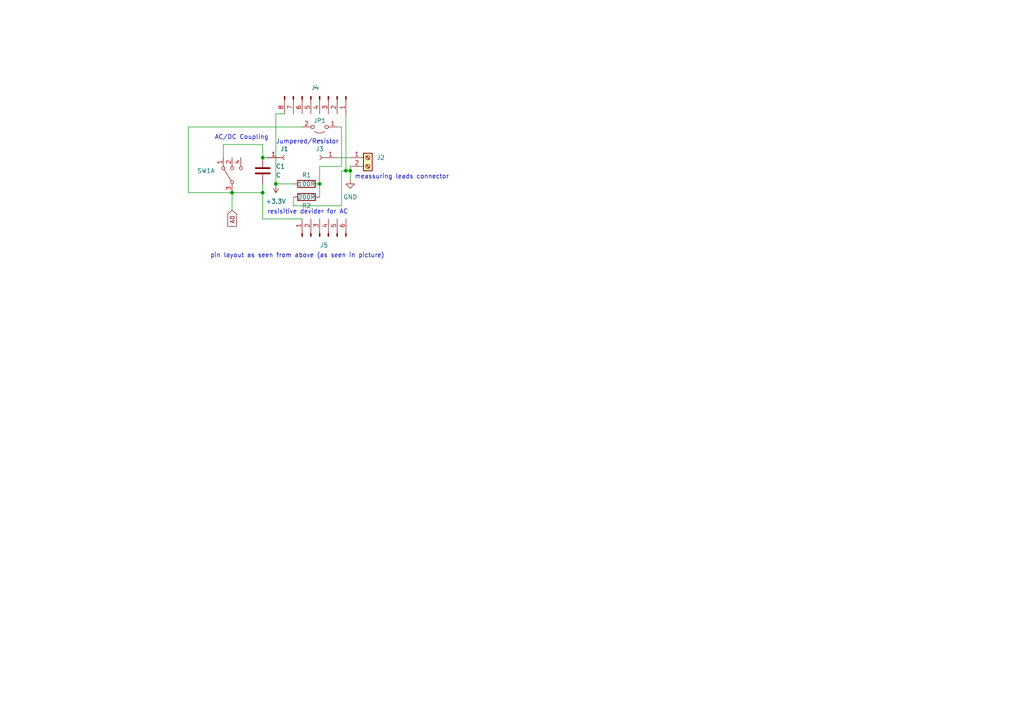
<source format=kicad_sch>
(kicad_sch (version 20230121) (generator eeschema)

  (uuid 4c67947b-0321-44b8-8186-52866de84070)

  (paper "A4")

  (lib_symbols
    (symbol "Connector:Conn_01x01_Socket" (pin_names (offset 1.016) hide) (in_bom yes) (on_board yes)
      (property "Reference" "J" (at 0 2.54 0)
        (effects (font (size 1.27 1.27)))
      )
      (property "Value" "Conn_01x01_Socket" (at 0 -2.54 0)
        (effects (font (size 1.27 1.27)))
      )
      (property "Footprint" "" (at 0 0 0)
        (effects (font (size 1.27 1.27)) hide)
      )
      (property "Datasheet" "~" (at 0 0 0)
        (effects (font (size 1.27 1.27)) hide)
      )
      (property "ki_locked" "" (at 0 0 0)
        (effects (font (size 1.27 1.27)))
      )
      (property "ki_keywords" "connector" (at 0 0 0)
        (effects (font (size 1.27 1.27)) hide)
      )
      (property "ki_description" "Generic connector, single row, 01x01, script generated" (at 0 0 0)
        (effects (font (size 1.27 1.27)) hide)
      )
      (property "ki_fp_filters" "Connector*:*_1x??_*" (at 0 0 0)
        (effects (font (size 1.27 1.27)) hide)
      )
      (symbol "Conn_01x01_Socket_1_1"
        (polyline
          (pts
            (xy -1.27 0)
            (xy -0.508 0)
          )
          (stroke (width 0.1524) (type default))
          (fill (type none))
        )
        (arc (start 0 0.508) (mid -0.5058 0) (end 0 -0.508)
          (stroke (width 0.1524) (type default))
          (fill (type none))
        )
        (pin passive line (at -5.08 0 0) (length 3.81)
          (name "Pin_1" (effects (font (size 1.27 1.27))))
          (number "1" (effects (font (size 1.27 1.27))))
        )
      )
    )
    (symbol "Connector:Conn_01x06_Pin" (pin_names (offset 1.016) hide) (in_bom yes) (on_board yes)
      (property "Reference" "J" (at 0 7.62 0)
        (effects (font (size 1.27 1.27)))
      )
      (property "Value" "Conn_01x06_Pin" (at 0 -10.16 0)
        (effects (font (size 1.27 1.27)))
      )
      (property "Footprint" "" (at 0 0 0)
        (effects (font (size 1.27 1.27)) hide)
      )
      (property "Datasheet" "~" (at 0 0 0)
        (effects (font (size 1.27 1.27)) hide)
      )
      (property "ki_locked" "" (at 0 0 0)
        (effects (font (size 1.27 1.27)))
      )
      (property "ki_keywords" "connector" (at 0 0 0)
        (effects (font (size 1.27 1.27)) hide)
      )
      (property "ki_description" "Generic connector, single row, 01x06, script generated" (at 0 0 0)
        (effects (font (size 1.27 1.27)) hide)
      )
      (property "ki_fp_filters" "Connector*:*_1x??_*" (at 0 0 0)
        (effects (font (size 1.27 1.27)) hide)
      )
      (symbol "Conn_01x06_Pin_1_1"
        (polyline
          (pts
            (xy 1.27 -7.62)
            (xy 0.8636 -7.62)
          )
          (stroke (width 0.1524) (type default))
          (fill (type none))
        )
        (polyline
          (pts
            (xy 1.27 -5.08)
            (xy 0.8636 -5.08)
          )
          (stroke (width 0.1524) (type default))
          (fill (type none))
        )
        (polyline
          (pts
            (xy 1.27 -2.54)
            (xy 0.8636 -2.54)
          )
          (stroke (width 0.1524) (type default))
          (fill (type none))
        )
        (polyline
          (pts
            (xy 1.27 0)
            (xy 0.8636 0)
          )
          (stroke (width 0.1524) (type default))
          (fill (type none))
        )
        (polyline
          (pts
            (xy 1.27 2.54)
            (xy 0.8636 2.54)
          )
          (stroke (width 0.1524) (type default))
          (fill (type none))
        )
        (polyline
          (pts
            (xy 1.27 5.08)
            (xy 0.8636 5.08)
          )
          (stroke (width 0.1524) (type default))
          (fill (type none))
        )
        (rectangle (start 0.8636 -7.493) (end 0 -7.747)
          (stroke (width 0.1524) (type default))
          (fill (type outline))
        )
        (rectangle (start 0.8636 -4.953) (end 0 -5.207)
          (stroke (width 0.1524) (type default))
          (fill (type outline))
        )
        (rectangle (start 0.8636 -2.413) (end 0 -2.667)
          (stroke (width 0.1524) (type default))
          (fill (type outline))
        )
        (rectangle (start 0.8636 0.127) (end 0 -0.127)
          (stroke (width 0.1524) (type default))
          (fill (type outline))
        )
        (rectangle (start 0.8636 2.667) (end 0 2.413)
          (stroke (width 0.1524) (type default))
          (fill (type outline))
        )
        (rectangle (start 0.8636 5.207) (end 0 4.953)
          (stroke (width 0.1524) (type default))
          (fill (type outline))
        )
        (pin passive line (at 5.08 5.08 180) (length 3.81)
          (name "Pin_1" (effects (font (size 1.27 1.27))))
          (number "1" (effects (font (size 1.27 1.27))))
        )
        (pin passive line (at 5.08 2.54 180) (length 3.81)
          (name "Pin_2" (effects (font (size 1.27 1.27))))
          (number "2" (effects (font (size 1.27 1.27))))
        )
        (pin passive line (at 5.08 0 180) (length 3.81)
          (name "Pin_3" (effects (font (size 1.27 1.27))))
          (number "3" (effects (font (size 1.27 1.27))))
        )
        (pin passive line (at 5.08 -2.54 180) (length 3.81)
          (name "Pin_4" (effects (font (size 1.27 1.27))))
          (number "4" (effects (font (size 1.27 1.27))))
        )
        (pin passive line (at 5.08 -5.08 180) (length 3.81)
          (name "Pin_5" (effects (font (size 1.27 1.27))))
          (number "5" (effects (font (size 1.27 1.27))))
        )
        (pin passive line (at 5.08 -7.62 180) (length 3.81)
          (name "Pin_6" (effects (font (size 1.27 1.27))))
          (number "6" (effects (font (size 1.27 1.27))))
        )
      )
    )
    (symbol "Connector:Conn_01x08_Pin" (pin_names (offset 1.016) hide) (in_bom yes) (on_board yes)
      (property "Reference" "J" (at 0 10.16 0)
        (effects (font (size 1.27 1.27)))
      )
      (property "Value" "Conn_01x08_Pin" (at 0 -12.7 0)
        (effects (font (size 1.27 1.27)))
      )
      (property "Footprint" "" (at 0 0 0)
        (effects (font (size 1.27 1.27)) hide)
      )
      (property "Datasheet" "~" (at 0 0 0)
        (effects (font (size 1.27 1.27)) hide)
      )
      (property "ki_locked" "" (at 0 0 0)
        (effects (font (size 1.27 1.27)))
      )
      (property "ki_keywords" "connector" (at 0 0 0)
        (effects (font (size 1.27 1.27)) hide)
      )
      (property "ki_description" "Generic connector, single row, 01x08, script generated" (at 0 0 0)
        (effects (font (size 1.27 1.27)) hide)
      )
      (property "ki_fp_filters" "Connector*:*_1x??_*" (at 0 0 0)
        (effects (font (size 1.27 1.27)) hide)
      )
      (symbol "Conn_01x08_Pin_1_1"
        (polyline
          (pts
            (xy 1.27 -10.16)
            (xy 0.8636 -10.16)
          )
          (stroke (width 0.1524) (type default))
          (fill (type none))
        )
        (polyline
          (pts
            (xy 1.27 -7.62)
            (xy 0.8636 -7.62)
          )
          (stroke (width 0.1524) (type default))
          (fill (type none))
        )
        (polyline
          (pts
            (xy 1.27 -5.08)
            (xy 0.8636 -5.08)
          )
          (stroke (width 0.1524) (type default))
          (fill (type none))
        )
        (polyline
          (pts
            (xy 1.27 -2.54)
            (xy 0.8636 -2.54)
          )
          (stroke (width 0.1524) (type default))
          (fill (type none))
        )
        (polyline
          (pts
            (xy 1.27 0)
            (xy 0.8636 0)
          )
          (stroke (width 0.1524) (type default))
          (fill (type none))
        )
        (polyline
          (pts
            (xy 1.27 2.54)
            (xy 0.8636 2.54)
          )
          (stroke (width 0.1524) (type default))
          (fill (type none))
        )
        (polyline
          (pts
            (xy 1.27 5.08)
            (xy 0.8636 5.08)
          )
          (stroke (width 0.1524) (type default))
          (fill (type none))
        )
        (polyline
          (pts
            (xy 1.27 7.62)
            (xy 0.8636 7.62)
          )
          (stroke (width 0.1524) (type default))
          (fill (type none))
        )
        (rectangle (start 0.8636 -10.033) (end 0 -10.287)
          (stroke (width 0.1524) (type default))
          (fill (type outline))
        )
        (rectangle (start 0.8636 -7.493) (end 0 -7.747)
          (stroke (width 0.1524) (type default))
          (fill (type outline))
        )
        (rectangle (start 0.8636 -4.953) (end 0 -5.207)
          (stroke (width 0.1524) (type default))
          (fill (type outline))
        )
        (rectangle (start 0.8636 -2.413) (end 0 -2.667)
          (stroke (width 0.1524) (type default))
          (fill (type outline))
        )
        (rectangle (start 0.8636 0.127) (end 0 -0.127)
          (stroke (width 0.1524) (type default))
          (fill (type outline))
        )
        (rectangle (start 0.8636 2.667) (end 0 2.413)
          (stroke (width 0.1524) (type default))
          (fill (type outline))
        )
        (rectangle (start 0.8636 5.207) (end 0 4.953)
          (stroke (width 0.1524) (type default))
          (fill (type outline))
        )
        (rectangle (start 0.8636 7.747) (end 0 7.493)
          (stroke (width 0.1524) (type default))
          (fill (type outline))
        )
        (pin passive line (at 5.08 7.62 180) (length 3.81)
          (name "Pin_1" (effects (font (size 1.27 1.27))))
          (number "1" (effects (font (size 1.27 1.27))))
        )
        (pin passive line (at 5.08 5.08 180) (length 3.81)
          (name "Pin_2" (effects (font (size 1.27 1.27))))
          (number "2" (effects (font (size 1.27 1.27))))
        )
        (pin passive line (at 5.08 2.54 180) (length 3.81)
          (name "Pin_3" (effects (font (size 1.27 1.27))))
          (number "3" (effects (font (size 1.27 1.27))))
        )
        (pin passive line (at 5.08 0 180) (length 3.81)
          (name "Pin_4" (effects (font (size 1.27 1.27))))
          (number "4" (effects (font (size 1.27 1.27))))
        )
        (pin passive line (at 5.08 -2.54 180) (length 3.81)
          (name "Pin_5" (effects (font (size 1.27 1.27))))
          (number "5" (effects (font (size 1.27 1.27))))
        )
        (pin passive line (at 5.08 -5.08 180) (length 3.81)
          (name "Pin_6" (effects (font (size 1.27 1.27))))
          (number "6" (effects (font (size 1.27 1.27))))
        )
        (pin passive line (at 5.08 -7.62 180) (length 3.81)
          (name "Pin_7" (effects (font (size 1.27 1.27))))
          (number "7" (effects (font (size 1.27 1.27))))
        )
        (pin passive line (at 5.08 -10.16 180) (length 3.81)
          (name "Pin_8" (effects (font (size 1.27 1.27))))
          (number "8" (effects (font (size 1.27 1.27))))
        )
      )
    )
    (symbol "Connector:Screw_Terminal_01x02" (pin_names (offset 1.016) hide) (in_bom yes) (on_board yes)
      (property "Reference" "J" (at 0 2.54 0)
        (effects (font (size 1.27 1.27)))
      )
      (property "Value" "Screw_Terminal_01x02" (at 0 -5.08 0)
        (effects (font (size 1.27 1.27)))
      )
      (property "Footprint" "" (at 0 0 0)
        (effects (font (size 1.27 1.27)) hide)
      )
      (property "Datasheet" "~" (at 0 0 0)
        (effects (font (size 1.27 1.27)) hide)
      )
      (property "ki_keywords" "screw terminal" (at 0 0 0)
        (effects (font (size 1.27 1.27)) hide)
      )
      (property "ki_description" "Generic screw terminal, single row, 01x02, script generated (kicad-library-utils/schlib/autogen/connector/)" (at 0 0 0)
        (effects (font (size 1.27 1.27)) hide)
      )
      (property "ki_fp_filters" "TerminalBlock*:*" (at 0 0 0)
        (effects (font (size 1.27 1.27)) hide)
      )
      (symbol "Screw_Terminal_01x02_1_1"
        (rectangle (start -1.27 1.27) (end 1.27 -3.81)
          (stroke (width 0.254) (type default))
          (fill (type background))
        )
        (circle (center 0 -2.54) (radius 0.635)
          (stroke (width 0.1524) (type default))
          (fill (type none))
        )
        (polyline
          (pts
            (xy -0.5334 -2.2098)
            (xy 0.3302 -3.048)
          )
          (stroke (width 0.1524) (type default))
          (fill (type none))
        )
        (polyline
          (pts
            (xy -0.5334 0.3302)
            (xy 0.3302 -0.508)
          )
          (stroke (width 0.1524) (type default))
          (fill (type none))
        )
        (polyline
          (pts
            (xy -0.3556 -2.032)
            (xy 0.508 -2.8702)
          )
          (stroke (width 0.1524) (type default))
          (fill (type none))
        )
        (polyline
          (pts
            (xy -0.3556 0.508)
            (xy 0.508 -0.3302)
          )
          (stroke (width 0.1524) (type default))
          (fill (type none))
        )
        (circle (center 0 0) (radius 0.635)
          (stroke (width 0.1524) (type default))
          (fill (type none))
        )
        (pin passive line (at -5.08 0 0) (length 3.81)
          (name "Pin_1" (effects (font (size 1.27 1.27))))
          (number "1" (effects (font (size 1.27 1.27))))
        )
        (pin passive line (at -5.08 -2.54 0) (length 3.81)
          (name "Pin_2" (effects (font (size 1.27 1.27))))
          (number "2" (effects (font (size 1.27 1.27))))
        )
      )
    )
    (symbol "Device:C" (pin_numbers hide) (pin_names (offset 0.254)) (in_bom yes) (on_board yes)
      (property "Reference" "C" (at 0.635 2.54 0)
        (effects (font (size 1.27 1.27)) (justify left))
      )
      (property "Value" "C" (at 0.635 -2.54 0)
        (effects (font (size 1.27 1.27)) (justify left))
      )
      (property "Footprint" "" (at 0.9652 -3.81 0)
        (effects (font (size 1.27 1.27)) hide)
      )
      (property "Datasheet" "~" (at 0 0 0)
        (effects (font (size 1.27 1.27)) hide)
      )
      (property "ki_keywords" "cap capacitor" (at 0 0 0)
        (effects (font (size 1.27 1.27)) hide)
      )
      (property "ki_description" "Unpolarized capacitor" (at 0 0 0)
        (effects (font (size 1.27 1.27)) hide)
      )
      (property "ki_fp_filters" "C_*" (at 0 0 0)
        (effects (font (size 1.27 1.27)) hide)
      )
      (symbol "C_0_1"
        (polyline
          (pts
            (xy -2.032 -0.762)
            (xy 2.032 -0.762)
          )
          (stroke (width 0.508) (type default))
          (fill (type none))
        )
        (polyline
          (pts
            (xy -2.032 0.762)
            (xy 2.032 0.762)
          )
          (stroke (width 0.508) (type default))
          (fill (type none))
        )
      )
      (symbol "C_1_1"
        (pin passive line (at 0 3.81 270) (length 2.794)
          (name "~" (effects (font (size 1.27 1.27))))
          (number "1" (effects (font (size 1.27 1.27))))
        )
        (pin passive line (at 0 -3.81 90) (length 2.794)
          (name "~" (effects (font (size 1.27 1.27))))
          (number "2" (effects (font (size 1.27 1.27))))
        )
      )
    )
    (symbol "Device:R" (pin_numbers hide) (pin_names (offset 0)) (in_bom yes) (on_board yes)
      (property "Reference" "R" (at 2.032 0 90)
        (effects (font (size 1.27 1.27)))
      )
      (property "Value" "R" (at 0 0 90)
        (effects (font (size 1.27 1.27)))
      )
      (property "Footprint" "" (at -1.778 0 90)
        (effects (font (size 1.27 1.27)) hide)
      )
      (property "Datasheet" "~" (at 0 0 0)
        (effects (font (size 1.27 1.27)) hide)
      )
      (property "ki_keywords" "R res resistor" (at 0 0 0)
        (effects (font (size 1.27 1.27)) hide)
      )
      (property "ki_description" "Resistor" (at 0 0 0)
        (effects (font (size 1.27 1.27)) hide)
      )
      (property "ki_fp_filters" "R_*" (at 0 0 0)
        (effects (font (size 1.27 1.27)) hide)
      )
      (symbol "R_0_1"
        (rectangle (start -1.016 -2.54) (end 1.016 2.54)
          (stroke (width 0.254) (type default))
          (fill (type none))
        )
      )
      (symbol "R_1_1"
        (pin passive line (at 0 3.81 270) (length 1.27)
          (name "~" (effects (font (size 1.27 1.27))))
          (number "1" (effects (font (size 1.27 1.27))))
        )
        (pin passive line (at 0 -3.81 90) (length 1.27)
          (name "~" (effects (font (size 1.27 1.27))))
          (number "2" (effects (font (size 1.27 1.27))))
        )
      )
    )
    (symbol "Jumper:Jumper_2_Open" (pin_names (offset 0) hide) (in_bom yes) (on_board yes)
      (property "Reference" "JP" (at 0 2.794 0)
        (effects (font (size 1.27 1.27)))
      )
      (property "Value" "Jumper_2_Open" (at 0 -2.286 0)
        (effects (font (size 1.27 1.27)))
      )
      (property "Footprint" "" (at 0 0 0)
        (effects (font (size 1.27 1.27)) hide)
      )
      (property "Datasheet" "~" (at 0 0 0)
        (effects (font (size 1.27 1.27)) hide)
      )
      (property "ki_keywords" "Jumper SPST" (at 0 0 0)
        (effects (font (size 1.27 1.27)) hide)
      )
      (property "ki_description" "Jumper, 2-pole, open" (at 0 0 0)
        (effects (font (size 1.27 1.27)) hide)
      )
      (property "ki_fp_filters" "Jumper* TestPoint*2Pads* TestPoint*Bridge*" (at 0 0 0)
        (effects (font (size 1.27 1.27)) hide)
      )
      (symbol "Jumper_2_Open_0_0"
        (circle (center -2.032 0) (radius 0.508)
          (stroke (width 0) (type default))
          (fill (type none))
        )
        (circle (center 2.032 0) (radius 0.508)
          (stroke (width 0) (type default))
          (fill (type none))
        )
      )
      (symbol "Jumper_2_Open_0_1"
        (arc (start 1.524 1.27) (mid 0 1.778) (end -1.524 1.27)
          (stroke (width 0) (type default))
          (fill (type none))
        )
      )
      (symbol "Jumper_2_Open_1_1"
        (pin passive line (at -5.08 0 0) (length 2.54)
          (name "A" (effects (font (size 1.27 1.27))))
          (number "1" (effects (font (size 1.27 1.27))))
        )
        (pin passive line (at 5.08 0 180) (length 2.54)
          (name "B" (effects (font (size 1.27 1.27))))
          (number "2" (effects (font (size 1.27 1.27))))
        )
      )
    )
    (symbol "Switch:SW_DP3T" (pin_names (offset 0) hide) (in_bom yes) (on_board yes)
      (property "Reference" "SW" (at 0 5.08 0)
        (effects (font (size 1.27 1.27)))
      )
      (property "Value" "SW_DP3T" (at 0 -5.08 0)
        (effects (font (size 1.27 1.27)))
      )
      (property "Footprint" "" (at -15.875 4.445 0)
        (effects (font (size 1.27 1.27)) hide)
      )
      (property "Datasheet" "~" (at -15.875 4.445 0)
        (effects (font (size 1.27 1.27)) hide)
      )
      (property "ki_keywords" "switch dp3t ON-ON-ON" (at 0 0 0)
        (effects (font (size 1.27 1.27)) hide)
      )
      (property "ki_description" "Switch, three position, dual pole triple throw, 3 position switch, SP3T" (at 0 0 0)
        (effects (font (size 1.27 1.27)) hide)
      )
      (property "ki_fp_filters" "SW* DP3T*" (at 0 0 0)
        (effects (font (size 1.27 1.27)) hide)
      )
      (symbol "SW_DP3T_0_1"
        (circle (center -2.032 0) (radius 0.4572)
          (stroke (width 0) (type default))
          (fill (type none))
        )
        (polyline
          (pts
            (xy -1.651 0.254)
            (xy 1.651 2.286)
          )
          (stroke (width 0) (type default))
          (fill (type none))
        )
        (circle (center 2.032 -2.54) (radius 0.4572)
          (stroke (width 0) (type default))
          (fill (type none))
        )
        (circle (center 2.032 0) (radius 0.4572)
          (stroke (width 0) (type default))
          (fill (type none))
        )
        (circle (center 2.032 2.54) (radius 0.4572)
          (stroke (width 0) (type default))
          (fill (type none))
        )
      )
      (symbol "SW_DP3T_1_1"
        (pin passive line (at 5.08 2.54 180) (length 2.54)
          (name "1" (effects (font (size 1.27 1.27))))
          (number "1" (effects (font (size 1.27 1.27))))
        )
        (pin passive line (at 5.08 0 180) (length 2.54)
          (name "2" (effects (font (size 1.27 1.27))))
          (number "2" (effects (font (size 1.27 1.27))))
        )
        (pin passive line (at -5.08 0 0) (length 2.54)
          (name "3" (effects (font (size 1.27 1.27))))
          (number "3" (effects (font (size 1.27 1.27))))
        )
        (pin passive line (at 5.08 -2.54 180) (length 2.54)
          (name "4" (effects (font (size 1.27 1.27))))
          (number "4" (effects (font (size 1.27 1.27))))
        )
      )
      (symbol "SW_DP3T_2_1"
        (pin passive line (at 5.08 2.54 180) (length 2.54)
          (name "5" (effects (font (size 1.27 1.27))))
          (number "5" (effects (font (size 1.27 1.27))))
        )
        (pin passive line (at 5.08 0 180) (length 2.54)
          (name "6" (effects (font (size 1.27 1.27))))
          (number "6" (effects (font (size 1.27 1.27))))
        )
        (pin passive line (at -5.08 0 0) (length 2.54)
          (name "7" (effects (font (size 1.27 1.27))))
          (number "7" (effects (font (size 1.27 1.27))))
        )
        (pin passive line (at 5.08 -2.54 180) (length 2.54)
          (name "8" (effects (font (size 1.27 1.27))))
          (number "8" (effects (font (size 1.27 1.27))))
        )
      )
    )
    (symbol "power:+3.3V" (power) (pin_names (offset 0)) (in_bom yes) (on_board yes)
      (property "Reference" "#PWR" (at 0 -3.81 0)
        (effects (font (size 1.27 1.27)) hide)
      )
      (property "Value" "+3.3V" (at 0 3.556 0)
        (effects (font (size 1.27 1.27)))
      )
      (property "Footprint" "" (at 0 0 0)
        (effects (font (size 1.27 1.27)) hide)
      )
      (property "Datasheet" "" (at 0 0 0)
        (effects (font (size 1.27 1.27)) hide)
      )
      (property "ki_keywords" "global power" (at 0 0 0)
        (effects (font (size 1.27 1.27)) hide)
      )
      (property "ki_description" "Power symbol creates a global label with name \"+3.3V\"" (at 0 0 0)
        (effects (font (size 1.27 1.27)) hide)
      )
      (symbol "+3.3V_0_1"
        (polyline
          (pts
            (xy -0.762 1.27)
            (xy 0 2.54)
          )
          (stroke (width 0) (type default))
          (fill (type none))
        )
        (polyline
          (pts
            (xy 0 0)
            (xy 0 2.54)
          )
          (stroke (width 0) (type default))
          (fill (type none))
        )
        (polyline
          (pts
            (xy 0 2.54)
            (xy 0.762 1.27)
          )
          (stroke (width 0) (type default))
          (fill (type none))
        )
      )
      (symbol "+3.3V_1_1"
        (pin power_in line (at 0 0 90) (length 0) hide
          (name "+3.3V" (effects (font (size 1.27 1.27))))
          (number "1" (effects (font (size 1.27 1.27))))
        )
      )
    )
    (symbol "power:GND" (power) (pin_names (offset 0)) (in_bom yes) (on_board yes)
      (property "Reference" "#PWR" (at 0 -6.35 0)
        (effects (font (size 1.27 1.27)) hide)
      )
      (property "Value" "GND" (at 0 -3.81 0)
        (effects (font (size 1.27 1.27)))
      )
      (property "Footprint" "" (at 0 0 0)
        (effects (font (size 1.27 1.27)) hide)
      )
      (property "Datasheet" "" (at 0 0 0)
        (effects (font (size 1.27 1.27)) hide)
      )
      (property "ki_keywords" "global power" (at 0 0 0)
        (effects (font (size 1.27 1.27)) hide)
      )
      (property "ki_description" "Power symbol creates a global label with name \"GND\" , ground" (at 0 0 0)
        (effects (font (size 1.27 1.27)) hide)
      )
      (symbol "GND_0_1"
        (polyline
          (pts
            (xy 0 0)
            (xy 0 -1.27)
            (xy 1.27 -1.27)
            (xy 0 -2.54)
            (xy -1.27 -1.27)
            (xy 0 -1.27)
          )
          (stroke (width 0) (type default))
          (fill (type none))
        )
      )
      (symbol "GND_1_1"
        (pin power_in line (at 0 0 270) (length 0) hide
          (name "GND" (effects (font (size 1.27 1.27))))
          (number "1" (effects (font (size 1.27 1.27))))
        )
      )
    )
  )

  (junction (at 67.31 55.88) (diameter 0) (color 0 0 0 0)
    (uuid 1581f05d-13c7-4fa8-8fd3-913ed4e67ab4)
  )
  (junction (at 101.6 49.53) (diameter 0) (color 0 0 0 0)
    (uuid 4425aad8-3424-4344-8492-15f9f6070784)
  )
  (junction (at 76.2 55.88) (diameter 0) (color 0 0 0 0)
    (uuid 5be20666-6be2-43f7-a4a6-e6b43a71c272)
  )
  (junction (at 92.71 53.34) (diameter 0) (color 0 0 0 0)
    (uuid 7093231d-6d75-4259-9353-42cc1d507dd9)
  )
  (junction (at 100.33 49.53) (diameter 0) (color 0 0 0 0)
    (uuid 7a530ec3-b5ff-4f7f-a45f-76268bd7c174)
  )
  (junction (at 80.01 53.34) (diameter 0) (color 0 0 0 0)
    (uuid 8e73c31a-4a39-4490-8e51-8f3ab9995d73)
  )
  (junction (at 76.2 45.72) (diameter 0) (color 0 0 0 0)
    (uuid ea6a33ca-7329-4aff-8f76-fe3a6e64c3f4)
  )

  (wire (pts (xy 92.71 53.34) (xy 92.71 48.26))
    (stroke (width 0) (type default))
    (uuid 108fbb8a-134b-4702-b605-8892f33982eb)
  )
  (wire (pts (xy 101.6 49.53) (xy 101.6 52.07))
    (stroke (width 0) (type default))
    (uuid 128eb953-8e75-46aa-aabd-bc04821b1dbd)
  )
  (wire (pts (xy 64.77 45.72) (xy 64.77 41.91))
    (stroke (width 0) (type default))
    (uuid 1412073e-c29c-4189-bfed-de1981e55d4c)
  )
  (wire (pts (xy 64.77 41.91) (xy 76.2 41.91))
    (stroke (width 0) (type default))
    (uuid 14bb32be-1475-4cb0-be34-a4f3b423afa4)
  )
  (wire (pts (xy 99.06 59.69) (xy 99.06 49.53))
    (stroke (width 0) (type default))
    (uuid 31d34989-d98e-422f-adac-919d3fdd7c2e)
  )
  (wire (pts (xy 80.01 33.02) (xy 82.55 33.02))
    (stroke (width 0) (type default))
    (uuid 347ded8b-67dd-4e99-a577-d572632387af)
  )
  (wire (pts (xy 54.61 36.83) (xy 54.61 55.88))
    (stroke (width 0) (type default))
    (uuid 376bc614-5eaa-42a6-ae3e-9c8b36abe83b)
  )
  (wire (pts (xy 97.79 45.72) (xy 101.6 45.72))
    (stroke (width 0) (type default))
    (uuid 3b002180-22bf-4082-ae3a-0483903fd7e0)
  )
  (wire (pts (xy 99.06 49.53) (xy 100.33 49.53))
    (stroke (width 0) (type default))
    (uuid 3e315b27-1402-4fe8-b018-ea290cff4f6d)
  )
  (wire (pts (xy 67.31 55.88) (xy 67.31 60.96))
    (stroke (width 0) (type default))
    (uuid 42ed43e2-9ab3-4cd9-bb21-db51cf966857)
  )
  (wire (pts (xy 85.09 57.15) (xy 85.09 59.69))
    (stroke (width 0) (type default))
    (uuid 42f0467d-2738-48fd-ba8f-60c71b07065d)
  )
  (wire (pts (xy 100.33 49.53) (xy 101.6 49.53))
    (stroke (width 0) (type default))
    (uuid 468d0bcc-ab0b-40ef-bf99-76ff583c4e4b)
  )
  (wire (pts (xy 92.71 48.26) (xy 99.06 48.26))
    (stroke (width 0) (type default))
    (uuid 67d8912c-51b3-498c-9ce6-028698265a47)
  )
  (wire (pts (xy 76.2 45.72) (xy 77.47 45.72))
    (stroke (width 0) (type default))
    (uuid 6e00268f-b373-484c-b673-3ec6263b955b)
  )
  (wire (pts (xy 97.79 36.83) (xy 99.06 36.83))
    (stroke (width 0) (type default))
    (uuid 702ab57b-2267-407c-914e-749518e3a916)
  )
  (wire (pts (xy 100.33 33.02) (xy 100.33 49.53))
    (stroke (width 0) (type default))
    (uuid 8e13ab4e-7e6d-4f13-ab99-8d3b75fbf0bc)
  )
  (wire (pts (xy 76.2 63.5) (xy 76.2 55.88))
    (stroke (width 0) (type default))
    (uuid 8ed3a357-9a31-4b87-ad1c-bf7065534289)
  )
  (wire (pts (xy 92.71 53.34) (xy 92.71 57.15))
    (stroke (width 0) (type default))
    (uuid 8f5b608f-feb7-4c43-a43f-b6befd3c245d)
  )
  (wire (pts (xy 54.61 55.88) (xy 67.31 55.88))
    (stroke (width 0) (type default))
    (uuid 936b33c7-39ff-4480-98bf-12be4d43bcff)
  )
  (wire (pts (xy 85.09 53.34) (xy 80.01 53.34))
    (stroke (width 0) (type default))
    (uuid ac139c2e-f949-491e-b26a-0e120c51dbd0)
  )
  (wire (pts (xy 76.2 41.91) (xy 76.2 45.72))
    (stroke (width 0) (type default))
    (uuid ace17943-3657-4080-b6eb-90b0439e519d)
  )
  (wire (pts (xy 80.01 53.34) (xy 80.01 33.02))
    (stroke (width 0) (type default))
    (uuid b1dd902f-73ba-407b-ae22-01b78e421064)
  )
  (wire (pts (xy 67.31 55.88) (xy 76.2 55.88))
    (stroke (width 0) (type default))
    (uuid b5703b9d-c715-4d09-9285-174bc4c6ae04)
  )
  (wire (pts (xy 99.06 48.26) (xy 99.06 36.83))
    (stroke (width 0) (type default))
    (uuid b69eeefe-aac6-4322-89f1-513e4ce83f65)
  )
  (wire (pts (xy 87.63 36.83) (xy 54.61 36.83))
    (stroke (width 0) (type default))
    (uuid bd50fb38-6bc1-4e5d-ac10-60b1b418d740)
  )
  (wire (pts (xy 101.6 48.26) (xy 101.6 49.53))
    (stroke (width 0) (type default))
    (uuid d076b53f-3b82-45c6-a0f2-42461928305b)
  )
  (wire (pts (xy 85.09 59.69) (xy 99.06 59.69))
    (stroke (width 0) (type default))
    (uuid def50dfe-1f97-416b-872d-919974fdfe62)
  )
  (wire (pts (xy 87.63 63.5) (xy 76.2 63.5))
    (stroke (width 0) (type default))
    (uuid dfdcd4d8-915e-4bb0-a1a9-1ceea3b42ef0)
  )
  (wire (pts (xy 76.2 55.88) (xy 76.2 53.34))
    (stroke (width 0) (type default))
    (uuid e5755a4b-f9db-481e-9d42-cdc54e9e9c8e)
  )

  (text "meassuring leads connector" (at 102.87 52.07 0)
    (effects (font (size 1.27 1.27)) (justify left bottom))
    (uuid 5c7e75d2-651c-4179-9916-f4a48c3b6a8e)
  )
  (text "resisitive devider for AC" (at 77.47 62.23 0)
    (effects (font (size 1.27 1.27)) (justify left bottom))
    (uuid 70d8c5f6-b5fe-4d11-8da4-9c8f22c369e4)
  )
  (text "Jumpered/Resistor" (at 80.01 41.91 0)
    (effects (font (size 1.27 1.27)) (justify left bottom))
    (uuid 8ae444bd-1d55-4643-894a-a5d1ed24f8fe)
  )
  (text "pin layout as seen from above (as seen in picture)"
    (at 60.96 74.93 0)
    (effects (font (size 1.27 1.27)) (justify left bottom))
    (uuid b9a1b742-c5e7-4f0b-895b-5222263256b6)
  )
  (text "AC/DC Coupling" (at 62.23 40.64 0)
    (effects (font (size 1.27 1.27)) (justify left bottom))
    (uuid dac8ed76-5483-4719-873a-5c5342a479db)
  )

  (global_label "A0" (shape input) (at 67.31 60.96 270) (fields_autoplaced)
    (effects (font (size 1.27 1.27)) (justify right))
    (uuid f37cca2a-3202-4248-ae52-6f622e51b376)
    (property "Intersheetrefs" "${INTERSHEET_REFS}" (at 67.31 66.2433 90)
      (effects (font (size 1.27 1.27)) (justify right) hide)
    )
  )

  (symbol (lib_id "Jumper:Jumper_2_Open") (at 92.71 36.83 180) (unit 1)
    (in_bom yes) (on_board yes) (dnp no)
    (uuid 2705453d-6a42-443f-9a81-5e1de8757eda)
    (property "Reference" "JP1" (at 92.71 34.29 0)
      (effects (font (size 1.27 1.27)) (justify bottom))
    )
    (property "Value" "~" (at 92.71 40.64 0)
      (effects (font (size 1.27 1.27)))
    )
    (property "Footprint" "" (at 92.71 36.83 0)
      (effects (font (size 1.27 1.27)) hide)
    )
    (property "Datasheet" "~" (at 92.71 36.83 0)
      (effects (font (size 1.27 1.27)) hide)
    )
    (pin "1" (uuid 92965e87-9ec7-4eea-9e21-b79511722e3b))
    (pin "2" (uuid 9263ee45-1c47-41cc-a320-2f9b8f5b94c8))
    (instances
      (project "wemos_shield"
        (path "/4c67947b-0321-44b8-8186-52866de84070"
          (reference "JP1") (unit 1)
        )
      )
    )
  )

  (symbol (lib_id "Switch:SW_DP3T") (at 67.31 50.8 90) (unit 1)
    (in_bom yes) (on_board yes) (dnp no)
    (uuid 30ad2b60-4ef1-4d95-8765-59925bbc5e0c)
    (property "Reference" "SW1" (at 57.15 49.53 90)
      (effects (font (size 1.27 1.27)) (justify right))
    )
    (property "Value" "SW_DP3T" (at 71.12 52.07 90)
      (effects (font (size 1.27 1.27)) (justify right) hide)
    )
    (property "Footprint" "" (at 62.865 66.675 0)
      (effects (font (size 1.27 1.27)) hide)
    )
    (property "Datasheet" "~" (at 62.865 66.675 0)
      (effects (font (size 1.27 1.27)) hide)
    )
    (pin "1" (uuid 35f5cd99-958b-427d-a6c6-f1c8d9bfb2cc))
    (pin "2" (uuid 0c8e8b38-2731-451a-84be-01ac02577e0f))
    (pin "3" (uuid eed6e3cc-752b-4d80-877d-8141391f34d4))
    (pin "4" (uuid 9b896b97-4dbc-426a-9d65-a479c597e62e))
    (pin "5" (uuid 3a0a5817-e7f9-407f-83c0-45e91f961e95))
    (pin "6" (uuid f45177b7-fc2c-4b12-bb00-12faa4cc1804))
    (pin "7" (uuid 52f9952c-8ccc-41a8-a4a1-5ab93b952b6d))
    (pin "8" (uuid abf7cdd7-cec2-4274-9d87-dbc51c76e941))
    (instances
      (project "wemos_shield"
        (path "/4c67947b-0321-44b8-8186-52866de84070"
          (reference "SW1") (unit 1)
        )
      )
    )
  )

  (symbol (lib_id "Connector:Conn_01x06_Pin") (at 92.71 68.58 90) (unit 1)
    (in_bom yes) (on_board yes) (dnp no) (fields_autoplaced)
    (uuid 342209d5-b2eb-46d5-8c16-47f1c6b73aa0)
    (property "Reference" "J5" (at 93.98 71.12 90)
      (effects (font (size 1.27 1.27)))
    )
    (property "Value" "Conn_01x06_Pin" (at 93.98 73.66 90)
      (effects (font (size 1.27 1.27)) hide)
    )
    (property "Footprint" "" (at 92.71 68.58 0)
      (effects (font (size 1.27 1.27)) hide)
    )
    (property "Datasheet" "~" (at 92.71 68.58 0)
      (effects (font (size 1.27 1.27)) hide)
    )
    (pin "1" (uuid 74104689-8cdd-477f-b329-d80100866a4c))
    (pin "2" (uuid ff259d13-92ec-4179-b9be-dc6d8ec4503f))
    (pin "3" (uuid b3a388d1-b9b2-4e8c-8e3d-e76857088540))
    (pin "4" (uuid 42d4a9c5-24c7-4555-885e-c53dedb10abf))
    (pin "5" (uuid 51bdffac-8e6e-481b-b9b9-6ebf88e4f4d1))
    (pin "6" (uuid 7ed078aa-fb34-48a8-924f-34c634fcd0b5))
    (instances
      (project "wemos_shield"
        (path "/4c67947b-0321-44b8-8186-52866de84070"
          (reference "J5") (unit 1)
        )
      )
    )
  )

  (symbol (lib_id "Connector:Screw_Terminal_01x02") (at 106.68 45.72 0) (unit 1)
    (in_bom yes) (on_board yes) (dnp no) (fields_autoplaced)
    (uuid 4337c5de-8887-4b9e-96cd-3a879cc5709b)
    (property "Reference" "J2" (at 109.22 45.72 0)
      (effects (font (size 1.27 1.27)) (justify left))
    )
    (property "Value" "Screw_Terminal_01x02" (at 109.22 48.26 0)
      (effects (font (size 1.27 1.27)) (justify left) hide)
    )
    (property "Footprint" "" (at 106.68 45.72 0)
      (effects (font (size 1.27 1.27)) hide)
    )
    (property "Datasheet" "~" (at 106.68 45.72 0)
      (effects (font (size 1.27 1.27)) hide)
    )
    (pin "1" (uuid cdad7011-e6ae-4f02-ad70-2b33a4fcd16e))
    (pin "2" (uuid b822ecc4-df11-45de-842e-f339219f278e))
    (instances
      (project "wemos_shield"
        (path "/4c67947b-0321-44b8-8186-52866de84070"
          (reference "J2") (unit 1)
        )
      )
    )
  )

  (symbol (lib_id "power:+3.3V") (at 80.01 53.34 180) (unit 1)
    (in_bom yes) (on_board yes) (dnp no) (fields_autoplaced)
    (uuid 5de4209b-bd0e-4497-b17d-5bdac8a816e8)
    (property "Reference" "#PWR02" (at 80.01 49.53 0)
      (effects (font (size 1.27 1.27)) hide)
    )
    (property "Value" "+3.3V" (at 80.01 58.42 0)
      (effects (font (size 1.27 1.27)))
    )
    (property "Footprint" "" (at 80.01 53.34 0)
      (effects (font (size 1.27 1.27)) hide)
    )
    (property "Datasheet" "" (at 80.01 53.34 0)
      (effects (font (size 1.27 1.27)) hide)
    )
    (pin "1" (uuid d6e99107-54fa-42b7-a0d2-aa4ebc3c63c3))
    (instances
      (project "wemos_shield"
        (path "/4c67947b-0321-44b8-8186-52866de84070"
          (reference "#PWR02") (unit 1)
        )
      )
    )
  )

  (symbol (lib_id "Connector:Conn_01x08_Pin") (at 92.71 27.94 270) (unit 1)
    (in_bom yes) (on_board yes) (dnp no) (fields_autoplaced)
    (uuid 62e71a3f-cacb-4cb8-b3c7-7c6e49b592b9)
    (property "Reference" "J4" (at 91.44 25.4 90)
      (effects (font (size 1.27 1.27)))
    )
    (property "Value" "~" (at 91.44 25.4 90)
      (effects (font (size 1.27 1.27)))
    )
    (property "Footprint" "" (at 92.71 27.94 0)
      (effects (font (size 1.27 1.27)) hide)
    )
    (property "Datasheet" "~" (at 92.71 27.94 0)
      (effects (font (size 1.27 1.27)) hide)
    )
    (pin "1" (uuid 6e05e2a7-1ee8-4588-a191-0db59a1a5181))
    (pin "2" (uuid 58a99de6-89f3-47ec-b421-4816d8d4afd1))
    (pin "3" (uuid 0d27d2cd-ca2b-44cc-bbdf-6b40116a5dee))
    (pin "4" (uuid 6680ed10-8055-4b0d-a350-f11dd1316105))
    (pin "5" (uuid fcf59b18-57a0-4bae-92ce-d20b177b9ce7))
    (pin "6" (uuid e882581e-ac1a-41f9-bed1-6efa5f2791e5))
    (pin "7" (uuid fa330062-ecf1-4e73-bfbc-3352ba7059f8))
    (pin "8" (uuid 6e7ddc25-0a1d-48c3-86b2-9f11a0f78122))
    (instances
      (project "wemos_shield"
        (path "/4c67947b-0321-44b8-8186-52866de84070"
          (reference "J4") (unit 1)
        )
      )
    )
  )

  (symbol (lib_id "Connector:Conn_01x01_Socket") (at 92.71 45.72 180) (unit 1)
    (in_bom yes) (on_board yes) (dnp no)
    (uuid 9086f77e-cb65-4c41-ad4d-57c27aa1e071)
    (property "Reference" "J3" (at 92.71 43.18 0)
      (effects (font (size 1.27 1.27)))
    )
    (property "Value" "Conn_01x01_Socket" (at 93.345 43.18 0)
      (effects (font (size 1.27 1.27)) hide)
    )
    (property "Footprint" "" (at 92.71 45.72 0)
      (effects (font (size 1.27 1.27)) hide)
    )
    (property "Datasheet" "~" (at 92.71 45.72 0)
      (effects (font (size 1.27 1.27)) hide)
    )
    (pin "1" (uuid 4699c4a2-319a-4ba7-8ef6-5e3e03f5ae91))
    (instances
      (project "wemos_shield"
        (path "/4c67947b-0321-44b8-8186-52866de84070"
          (reference "J3") (unit 1)
        )
      )
    )
  )

  (symbol (lib_id "Device:C") (at 76.2 49.53 0) (unit 1)
    (in_bom yes) (on_board yes) (dnp no) (fields_autoplaced)
    (uuid 92fade08-d0eb-4be3-a3a0-350a111fd884)
    (property "Reference" "C1" (at 80.01 48.26 0)
      (effects (font (size 1.27 1.27)) (justify left))
    )
    (property "Value" "C" (at 80.01 50.8 0)
      (effects (font (size 1.27 1.27)) (justify left))
    )
    (property "Footprint" "" (at 77.1652 53.34 0)
      (effects (font (size 1.27 1.27)) hide)
    )
    (property "Datasheet" "~" (at 76.2 49.53 0)
      (effects (font (size 1.27 1.27)) hide)
    )
    (pin "1" (uuid 630052d7-877d-4f8a-a342-89f4bff46062))
    (pin "2" (uuid c213613c-3e8b-4c26-8157-3d16fb396566))
    (instances
      (project "wemos_shield"
        (path "/4c67947b-0321-44b8-8186-52866de84070"
          (reference "C1") (unit 1)
        )
      )
    )
  )

  (symbol (lib_id "Device:R") (at 88.9 57.15 270) (unit 1)
    (in_bom yes) (on_board yes) (dnp no)
    (uuid b88ae4ce-d77e-4fef-be75-b46c926d8413)
    (property "Reference" "R2" (at 88.9 59.69 90)
      (effects (font (size 1.27 1.27)))
    )
    (property "Value" "200R" (at 88.9 57.15 90)
      (effects (font (size 1.27 1.27)))
    )
    (property "Footprint" "" (at 88.9 55.372 90)
      (effects (font (size 1.27 1.27)) hide)
    )
    (property "Datasheet" "~" (at 88.9 57.15 0)
      (effects (font (size 1.27 1.27)) hide)
    )
    (pin "1" (uuid 9e1119b0-e8d8-48fc-923a-0ac243ea4fdf))
    (pin "2" (uuid c27ff779-78f5-4c83-9aa6-45b8007e20c2))
    (instances
      (project "wemos_shield"
        (path "/4c67947b-0321-44b8-8186-52866de84070"
          (reference "R2") (unit 1)
        )
      )
    )
  )

  (symbol (lib_id "Device:R") (at 88.9 53.34 90) (unit 1)
    (in_bom yes) (on_board yes) (dnp no)
    (uuid dab8fefe-937b-4b85-9b91-d680849b09dc)
    (property "Reference" "R1" (at 88.9 50.8 90)
      (effects (font (size 1.27 1.27)))
    )
    (property "Value" "100R" (at 88.9 53.34 90)
      (effects (font (size 1.27 1.27)))
    )
    (property "Footprint" "" (at 88.9 55.118 90)
      (effects (font (size 1.27 1.27)) hide)
    )
    (property "Datasheet" "~" (at 88.9 53.34 0)
      (effects (font (size 1.27 1.27)) hide)
    )
    (pin "1" (uuid 016f0038-1967-4992-889a-665539fa8e2c))
    (pin "2" (uuid 5c10a63e-163e-4a98-88e2-ab50ab0623bb))
    (instances
      (project "wemos_shield"
        (path "/4c67947b-0321-44b8-8186-52866de84070"
          (reference "R1") (unit 1)
        )
      )
    )
  )

  (symbol (lib_id "Connector:Conn_01x01_Socket") (at 82.55 45.72 0) (unit 1)
    (in_bom yes) (on_board yes) (dnp no)
    (uuid dfe6c775-f085-472d-8c65-653a358ee5c5)
    (property "Reference" "J1" (at 81.28 43.18 0)
      (effects (font (size 1.27 1.27)) (justify left))
    )
    (property "Value" "Conn_01x01_Socket" (at 83.82 46.99 0)
      (effects (font (size 1.27 1.27)) (justify left) hide)
    )
    (property "Footprint" "" (at 82.55 45.72 0)
      (effects (font (size 1.27 1.27)) hide)
    )
    (property "Datasheet" "~" (at 82.55 45.72 0)
      (effects (font (size 1.27 1.27)) hide)
    )
    (pin "1" (uuid 30b6e3ec-f515-447b-8659-9715586dd8e1))
    (instances
      (project "wemos_shield"
        (path "/4c67947b-0321-44b8-8186-52866de84070"
          (reference "J1") (unit 1)
        )
      )
    )
  )

  (symbol (lib_id "power:GND") (at 101.6 52.07 0) (unit 1)
    (in_bom yes) (on_board yes) (dnp no) (fields_autoplaced)
    (uuid ec217139-2926-4adc-b304-32714d6a808d)
    (property "Reference" "#PWR01" (at 101.6 58.42 0)
      (effects (font (size 1.27 1.27)) hide)
    )
    (property "Value" "GND" (at 101.6 57.15 0)
      (effects (font (size 1.27 1.27)))
    )
    (property "Footprint" "" (at 101.6 52.07 0)
      (effects (font (size 1.27 1.27)) hide)
    )
    (property "Datasheet" "" (at 101.6 52.07 0)
      (effects (font (size 1.27 1.27)) hide)
    )
    (pin "1" (uuid 8d5a4a20-a5a9-489a-bfcd-e8819d0332b4))
    (instances
      (project "wemos_shield"
        (path "/4c67947b-0321-44b8-8186-52866de84070"
          (reference "#PWR01") (unit 1)
        )
      )
    )
  )

  (sheet_instances
    (path "/" (page "1"))
  )
)

</source>
